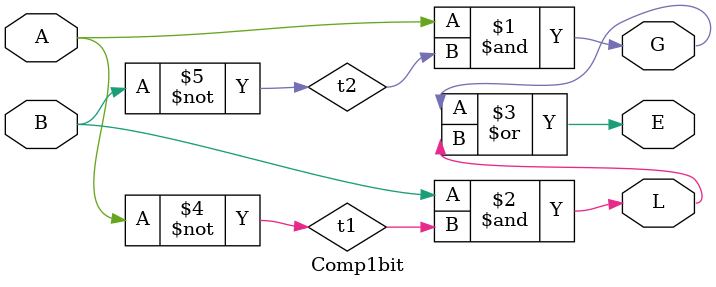
<source format=v>
`timescale 1ns / 1ps

module Comp1bit(A, B, G, E, L);
input A, B;
output G, E, L;
wire t1, t2;

not N0(t1, A);
not N1(t2, B);

and A0(G, A, t2);
and A1(L, B, t1);

or O(E, G, L); 


endmodule

</source>
